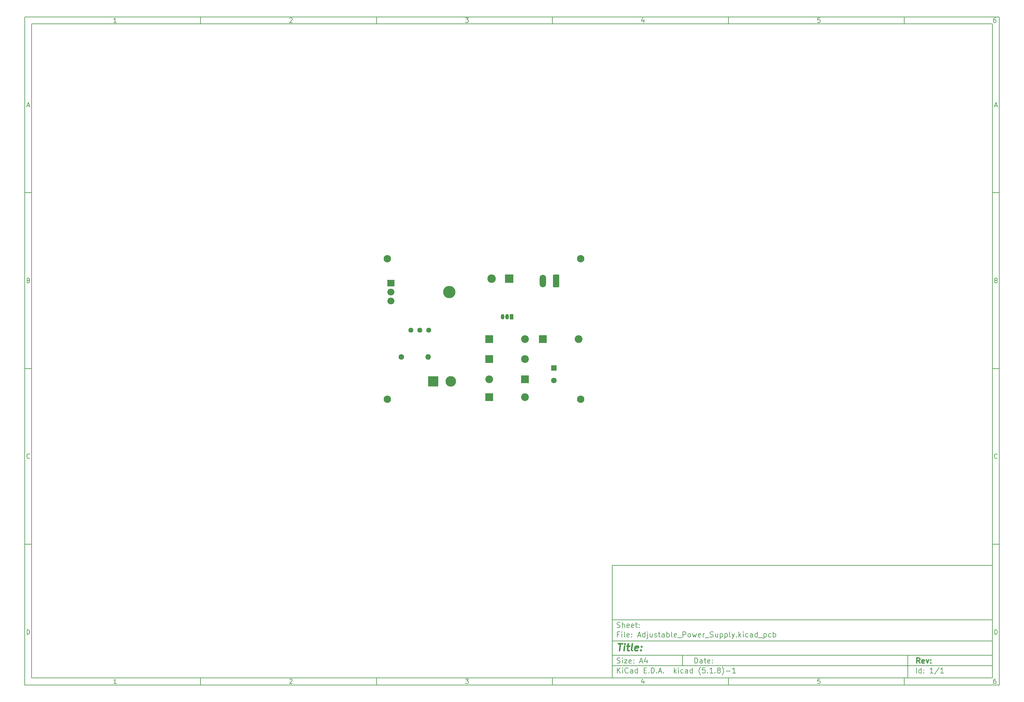
<source format=gts>
%TF.GenerationSoftware,KiCad,Pcbnew,(5.1.8)-1*%
%TF.CreationDate,2021-07-18T20:21:08-07:00*%
%TF.ProjectId,Adjustable_Power_Supply,41646a75-7374-4616-926c-655f506f7765,rev?*%
%TF.SameCoordinates,Original*%
%TF.FileFunction,Soldermask,Top*%
%TF.FilePolarity,Negative*%
%FSLAX46Y46*%
G04 Gerber Fmt 4.6, Leading zero omitted, Abs format (unit mm)*
G04 Created by KiCad (PCBNEW (5.1.8)-1) date 2021-07-18 20:21:08*
%MOMM*%
%LPD*%
G01*
G04 APERTURE LIST*
%ADD10C,0.100000*%
%ADD11C,0.150000*%
%ADD12C,0.300000*%
%ADD13C,0.400000*%
%ADD14C,2.100000*%
%ADD15R,2.400000X2.400000*%
%ADD16C,2.400000*%
%ADD17R,1.600000X1.600000*%
%ADD18C,1.600000*%
%ADD19R,2.200000X2.200000*%
%ADD20O,2.200000X2.200000*%
%ADD21R,3.000000X3.000000*%
%ADD22C,3.000000*%
%ADD23O,1.800000X3.600000*%
%ADD24O,1.050000X1.500000*%
%ADD25R,1.050000X1.500000*%
%ADD26O,1.600000X1.600000*%
%ADD27C,1.440000*%
%ADD28O,3.500000X3.500000*%
%ADD29R,2.000000X1.905000*%
%ADD30O,2.000000X1.905000*%
G04 APERTURE END LIST*
D10*
D11*
X177002200Y-166007200D02*
X177002200Y-198007200D01*
X285002200Y-198007200D01*
X285002200Y-166007200D01*
X177002200Y-166007200D01*
D10*
D11*
X10000000Y-10000000D02*
X10000000Y-200007200D01*
X287002200Y-200007200D01*
X287002200Y-10000000D01*
X10000000Y-10000000D01*
D10*
D11*
X12000000Y-12000000D02*
X12000000Y-198007200D01*
X285002200Y-198007200D01*
X285002200Y-12000000D01*
X12000000Y-12000000D01*
D10*
D11*
X60000000Y-12000000D02*
X60000000Y-10000000D01*
D10*
D11*
X110000000Y-12000000D02*
X110000000Y-10000000D01*
D10*
D11*
X160000000Y-12000000D02*
X160000000Y-10000000D01*
D10*
D11*
X210000000Y-12000000D02*
X210000000Y-10000000D01*
D10*
D11*
X260000000Y-12000000D02*
X260000000Y-10000000D01*
D10*
D11*
X36065476Y-11588095D02*
X35322619Y-11588095D01*
X35694047Y-11588095D02*
X35694047Y-10288095D01*
X35570238Y-10473809D01*
X35446428Y-10597619D01*
X35322619Y-10659523D01*
D10*
D11*
X85322619Y-10411904D02*
X85384523Y-10350000D01*
X85508333Y-10288095D01*
X85817857Y-10288095D01*
X85941666Y-10350000D01*
X86003571Y-10411904D01*
X86065476Y-10535714D01*
X86065476Y-10659523D01*
X86003571Y-10845238D01*
X85260714Y-11588095D01*
X86065476Y-11588095D01*
D10*
D11*
X135260714Y-10288095D02*
X136065476Y-10288095D01*
X135632142Y-10783333D01*
X135817857Y-10783333D01*
X135941666Y-10845238D01*
X136003571Y-10907142D01*
X136065476Y-11030952D01*
X136065476Y-11340476D01*
X136003571Y-11464285D01*
X135941666Y-11526190D01*
X135817857Y-11588095D01*
X135446428Y-11588095D01*
X135322619Y-11526190D01*
X135260714Y-11464285D01*
D10*
D11*
X185941666Y-10721428D02*
X185941666Y-11588095D01*
X185632142Y-10226190D02*
X185322619Y-11154761D01*
X186127380Y-11154761D01*
D10*
D11*
X236003571Y-10288095D02*
X235384523Y-10288095D01*
X235322619Y-10907142D01*
X235384523Y-10845238D01*
X235508333Y-10783333D01*
X235817857Y-10783333D01*
X235941666Y-10845238D01*
X236003571Y-10907142D01*
X236065476Y-11030952D01*
X236065476Y-11340476D01*
X236003571Y-11464285D01*
X235941666Y-11526190D01*
X235817857Y-11588095D01*
X235508333Y-11588095D01*
X235384523Y-11526190D01*
X235322619Y-11464285D01*
D10*
D11*
X285941666Y-10288095D02*
X285694047Y-10288095D01*
X285570238Y-10350000D01*
X285508333Y-10411904D01*
X285384523Y-10597619D01*
X285322619Y-10845238D01*
X285322619Y-11340476D01*
X285384523Y-11464285D01*
X285446428Y-11526190D01*
X285570238Y-11588095D01*
X285817857Y-11588095D01*
X285941666Y-11526190D01*
X286003571Y-11464285D01*
X286065476Y-11340476D01*
X286065476Y-11030952D01*
X286003571Y-10907142D01*
X285941666Y-10845238D01*
X285817857Y-10783333D01*
X285570238Y-10783333D01*
X285446428Y-10845238D01*
X285384523Y-10907142D01*
X285322619Y-11030952D01*
D10*
D11*
X60000000Y-198007200D02*
X60000000Y-200007200D01*
D10*
D11*
X110000000Y-198007200D02*
X110000000Y-200007200D01*
D10*
D11*
X160000000Y-198007200D02*
X160000000Y-200007200D01*
D10*
D11*
X210000000Y-198007200D02*
X210000000Y-200007200D01*
D10*
D11*
X260000000Y-198007200D02*
X260000000Y-200007200D01*
D10*
D11*
X36065476Y-199595295D02*
X35322619Y-199595295D01*
X35694047Y-199595295D02*
X35694047Y-198295295D01*
X35570238Y-198481009D01*
X35446428Y-198604819D01*
X35322619Y-198666723D01*
D10*
D11*
X85322619Y-198419104D02*
X85384523Y-198357200D01*
X85508333Y-198295295D01*
X85817857Y-198295295D01*
X85941666Y-198357200D01*
X86003571Y-198419104D01*
X86065476Y-198542914D01*
X86065476Y-198666723D01*
X86003571Y-198852438D01*
X85260714Y-199595295D01*
X86065476Y-199595295D01*
D10*
D11*
X135260714Y-198295295D02*
X136065476Y-198295295D01*
X135632142Y-198790533D01*
X135817857Y-198790533D01*
X135941666Y-198852438D01*
X136003571Y-198914342D01*
X136065476Y-199038152D01*
X136065476Y-199347676D01*
X136003571Y-199471485D01*
X135941666Y-199533390D01*
X135817857Y-199595295D01*
X135446428Y-199595295D01*
X135322619Y-199533390D01*
X135260714Y-199471485D01*
D10*
D11*
X185941666Y-198728628D02*
X185941666Y-199595295D01*
X185632142Y-198233390D02*
X185322619Y-199161961D01*
X186127380Y-199161961D01*
D10*
D11*
X236003571Y-198295295D02*
X235384523Y-198295295D01*
X235322619Y-198914342D01*
X235384523Y-198852438D01*
X235508333Y-198790533D01*
X235817857Y-198790533D01*
X235941666Y-198852438D01*
X236003571Y-198914342D01*
X236065476Y-199038152D01*
X236065476Y-199347676D01*
X236003571Y-199471485D01*
X235941666Y-199533390D01*
X235817857Y-199595295D01*
X235508333Y-199595295D01*
X235384523Y-199533390D01*
X235322619Y-199471485D01*
D10*
D11*
X285941666Y-198295295D02*
X285694047Y-198295295D01*
X285570238Y-198357200D01*
X285508333Y-198419104D01*
X285384523Y-198604819D01*
X285322619Y-198852438D01*
X285322619Y-199347676D01*
X285384523Y-199471485D01*
X285446428Y-199533390D01*
X285570238Y-199595295D01*
X285817857Y-199595295D01*
X285941666Y-199533390D01*
X286003571Y-199471485D01*
X286065476Y-199347676D01*
X286065476Y-199038152D01*
X286003571Y-198914342D01*
X285941666Y-198852438D01*
X285817857Y-198790533D01*
X285570238Y-198790533D01*
X285446428Y-198852438D01*
X285384523Y-198914342D01*
X285322619Y-199038152D01*
D10*
D11*
X10000000Y-60000000D02*
X12000000Y-60000000D01*
D10*
D11*
X10000000Y-110000000D02*
X12000000Y-110000000D01*
D10*
D11*
X10000000Y-160000000D02*
X12000000Y-160000000D01*
D10*
D11*
X10690476Y-35216666D02*
X11309523Y-35216666D01*
X10566666Y-35588095D02*
X11000000Y-34288095D01*
X11433333Y-35588095D01*
D10*
D11*
X11092857Y-84907142D02*
X11278571Y-84969047D01*
X11340476Y-85030952D01*
X11402380Y-85154761D01*
X11402380Y-85340476D01*
X11340476Y-85464285D01*
X11278571Y-85526190D01*
X11154761Y-85588095D01*
X10659523Y-85588095D01*
X10659523Y-84288095D01*
X11092857Y-84288095D01*
X11216666Y-84350000D01*
X11278571Y-84411904D01*
X11340476Y-84535714D01*
X11340476Y-84659523D01*
X11278571Y-84783333D01*
X11216666Y-84845238D01*
X11092857Y-84907142D01*
X10659523Y-84907142D01*
D10*
D11*
X11402380Y-135464285D02*
X11340476Y-135526190D01*
X11154761Y-135588095D01*
X11030952Y-135588095D01*
X10845238Y-135526190D01*
X10721428Y-135402380D01*
X10659523Y-135278571D01*
X10597619Y-135030952D01*
X10597619Y-134845238D01*
X10659523Y-134597619D01*
X10721428Y-134473809D01*
X10845238Y-134350000D01*
X11030952Y-134288095D01*
X11154761Y-134288095D01*
X11340476Y-134350000D01*
X11402380Y-134411904D01*
D10*
D11*
X10659523Y-185588095D02*
X10659523Y-184288095D01*
X10969047Y-184288095D01*
X11154761Y-184350000D01*
X11278571Y-184473809D01*
X11340476Y-184597619D01*
X11402380Y-184845238D01*
X11402380Y-185030952D01*
X11340476Y-185278571D01*
X11278571Y-185402380D01*
X11154761Y-185526190D01*
X10969047Y-185588095D01*
X10659523Y-185588095D01*
D10*
D11*
X287002200Y-60000000D02*
X285002200Y-60000000D01*
D10*
D11*
X287002200Y-110000000D02*
X285002200Y-110000000D01*
D10*
D11*
X287002200Y-160000000D02*
X285002200Y-160000000D01*
D10*
D11*
X285692676Y-35216666D02*
X286311723Y-35216666D01*
X285568866Y-35588095D02*
X286002200Y-34288095D01*
X286435533Y-35588095D01*
D10*
D11*
X286095057Y-84907142D02*
X286280771Y-84969047D01*
X286342676Y-85030952D01*
X286404580Y-85154761D01*
X286404580Y-85340476D01*
X286342676Y-85464285D01*
X286280771Y-85526190D01*
X286156961Y-85588095D01*
X285661723Y-85588095D01*
X285661723Y-84288095D01*
X286095057Y-84288095D01*
X286218866Y-84350000D01*
X286280771Y-84411904D01*
X286342676Y-84535714D01*
X286342676Y-84659523D01*
X286280771Y-84783333D01*
X286218866Y-84845238D01*
X286095057Y-84907142D01*
X285661723Y-84907142D01*
D10*
D11*
X286404580Y-135464285D02*
X286342676Y-135526190D01*
X286156961Y-135588095D01*
X286033152Y-135588095D01*
X285847438Y-135526190D01*
X285723628Y-135402380D01*
X285661723Y-135278571D01*
X285599819Y-135030952D01*
X285599819Y-134845238D01*
X285661723Y-134597619D01*
X285723628Y-134473809D01*
X285847438Y-134350000D01*
X286033152Y-134288095D01*
X286156961Y-134288095D01*
X286342676Y-134350000D01*
X286404580Y-134411904D01*
D10*
D11*
X285661723Y-185588095D02*
X285661723Y-184288095D01*
X285971247Y-184288095D01*
X286156961Y-184350000D01*
X286280771Y-184473809D01*
X286342676Y-184597619D01*
X286404580Y-184845238D01*
X286404580Y-185030952D01*
X286342676Y-185278571D01*
X286280771Y-185402380D01*
X286156961Y-185526190D01*
X285971247Y-185588095D01*
X285661723Y-185588095D01*
D10*
D11*
X200434342Y-193785771D02*
X200434342Y-192285771D01*
X200791485Y-192285771D01*
X201005771Y-192357200D01*
X201148628Y-192500057D01*
X201220057Y-192642914D01*
X201291485Y-192928628D01*
X201291485Y-193142914D01*
X201220057Y-193428628D01*
X201148628Y-193571485D01*
X201005771Y-193714342D01*
X200791485Y-193785771D01*
X200434342Y-193785771D01*
X202577200Y-193785771D02*
X202577200Y-193000057D01*
X202505771Y-192857200D01*
X202362914Y-192785771D01*
X202077200Y-192785771D01*
X201934342Y-192857200D01*
X202577200Y-193714342D02*
X202434342Y-193785771D01*
X202077200Y-193785771D01*
X201934342Y-193714342D01*
X201862914Y-193571485D01*
X201862914Y-193428628D01*
X201934342Y-193285771D01*
X202077200Y-193214342D01*
X202434342Y-193214342D01*
X202577200Y-193142914D01*
X203077200Y-192785771D02*
X203648628Y-192785771D01*
X203291485Y-192285771D02*
X203291485Y-193571485D01*
X203362914Y-193714342D01*
X203505771Y-193785771D01*
X203648628Y-193785771D01*
X204720057Y-193714342D02*
X204577200Y-193785771D01*
X204291485Y-193785771D01*
X204148628Y-193714342D01*
X204077200Y-193571485D01*
X204077200Y-193000057D01*
X204148628Y-192857200D01*
X204291485Y-192785771D01*
X204577200Y-192785771D01*
X204720057Y-192857200D01*
X204791485Y-193000057D01*
X204791485Y-193142914D01*
X204077200Y-193285771D01*
X205434342Y-193642914D02*
X205505771Y-193714342D01*
X205434342Y-193785771D01*
X205362914Y-193714342D01*
X205434342Y-193642914D01*
X205434342Y-193785771D01*
X205434342Y-192857200D02*
X205505771Y-192928628D01*
X205434342Y-193000057D01*
X205362914Y-192928628D01*
X205434342Y-192857200D01*
X205434342Y-193000057D01*
D10*
D11*
X177002200Y-194507200D02*
X285002200Y-194507200D01*
D10*
D11*
X178434342Y-196585771D02*
X178434342Y-195085771D01*
X179291485Y-196585771D02*
X178648628Y-195728628D01*
X179291485Y-195085771D02*
X178434342Y-195942914D01*
X179934342Y-196585771D02*
X179934342Y-195585771D01*
X179934342Y-195085771D02*
X179862914Y-195157200D01*
X179934342Y-195228628D01*
X180005771Y-195157200D01*
X179934342Y-195085771D01*
X179934342Y-195228628D01*
X181505771Y-196442914D02*
X181434342Y-196514342D01*
X181220057Y-196585771D01*
X181077200Y-196585771D01*
X180862914Y-196514342D01*
X180720057Y-196371485D01*
X180648628Y-196228628D01*
X180577200Y-195942914D01*
X180577200Y-195728628D01*
X180648628Y-195442914D01*
X180720057Y-195300057D01*
X180862914Y-195157200D01*
X181077200Y-195085771D01*
X181220057Y-195085771D01*
X181434342Y-195157200D01*
X181505771Y-195228628D01*
X182791485Y-196585771D02*
X182791485Y-195800057D01*
X182720057Y-195657200D01*
X182577200Y-195585771D01*
X182291485Y-195585771D01*
X182148628Y-195657200D01*
X182791485Y-196514342D02*
X182648628Y-196585771D01*
X182291485Y-196585771D01*
X182148628Y-196514342D01*
X182077200Y-196371485D01*
X182077200Y-196228628D01*
X182148628Y-196085771D01*
X182291485Y-196014342D01*
X182648628Y-196014342D01*
X182791485Y-195942914D01*
X184148628Y-196585771D02*
X184148628Y-195085771D01*
X184148628Y-196514342D02*
X184005771Y-196585771D01*
X183720057Y-196585771D01*
X183577200Y-196514342D01*
X183505771Y-196442914D01*
X183434342Y-196300057D01*
X183434342Y-195871485D01*
X183505771Y-195728628D01*
X183577200Y-195657200D01*
X183720057Y-195585771D01*
X184005771Y-195585771D01*
X184148628Y-195657200D01*
X186005771Y-195800057D02*
X186505771Y-195800057D01*
X186720057Y-196585771D02*
X186005771Y-196585771D01*
X186005771Y-195085771D01*
X186720057Y-195085771D01*
X187362914Y-196442914D02*
X187434342Y-196514342D01*
X187362914Y-196585771D01*
X187291485Y-196514342D01*
X187362914Y-196442914D01*
X187362914Y-196585771D01*
X188077200Y-196585771D02*
X188077200Y-195085771D01*
X188434342Y-195085771D01*
X188648628Y-195157200D01*
X188791485Y-195300057D01*
X188862914Y-195442914D01*
X188934342Y-195728628D01*
X188934342Y-195942914D01*
X188862914Y-196228628D01*
X188791485Y-196371485D01*
X188648628Y-196514342D01*
X188434342Y-196585771D01*
X188077200Y-196585771D01*
X189577200Y-196442914D02*
X189648628Y-196514342D01*
X189577200Y-196585771D01*
X189505771Y-196514342D01*
X189577200Y-196442914D01*
X189577200Y-196585771D01*
X190220057Y-196157200D02*
X190934342Y-196157200D01*
X190077200Y-196585771D02*
X190577200Y-195085771D01*
X191077200Y-196585771D01*
X191577200Y-196442914D02*
X191648628Y-196514342D01*
X191577200Y-196585771D01*
X191505771Y-196514342D01*
X191577200Y-196442914D01*
X191577200Y-196585771D01*
X194577200Y-196585771D02*
X194577200Y-195085771D01*
X194720057Y-196014342D02*
X195148628Y-196585771D01*
X195148628Y-195585771D02*
X194577200Y-196157200D01*
X195791485Y-196585771D02*
X195791485Y-195585771D01*
X195791485Y-195085771D02*
X195720057Y-195157200D01*
X195791485Y-195228628D01*
X195862914Y-195157200D01*
X195791485Y-195085771D01*
X195791485Y-195228628D01*
X197148628Y-196514342D02*
X197005771Y-196585771D01*
X196720057Y-196585771D01*
X196577200Y-196514342D01*
X196505771Y-196442914D01*
X196434342Y-196300057D01*
X196434342Y-195871485D01*
X196505771Y-195728628D01*
X196577200Y-195657200D01*
X196720057Y-195585771D01*
X197005771Y-195585771D01*
X197148628Y-195657200D01*
X198434342Y-196585771D02*
X198434342Y-195800057D01*
X198362914Y-195657200D01*
X198220057Y-195585771D01*
X197934342Y-195585771D01*
X197791485Y-195657200D01*
X198434342Y-196514342D02*
X198291485Y-196585771D01*
X197934342Y-196585771D01*
X197791485Y-196514342D01*
X197720057Y-196371485D01*
X197720057Y-196228628D01*
X197791485Y-196085771D01*
X197934342Y-196014342D01*
X198291485Y-196014342D01*
X198434342Y-195942914D01*
X199791485Y-196585771D02*
X199791485Y-195085771D01*
X199791485Y-196514342D02*
X199648628Y-196585771D01*
X199362914Y-196585771D01*
X199220057Y-196514342D01*
X199148628Y-196442914D01*
X199077200Y-196300057D01*
X199077200Y-195871485D01*
X199148628Y-195728628D01*
X199220057Y-195657200D01*
X199362914Y-195585771D01*
X199648628Y-195585771D01*
X199791485Y-195657200D01*
X202077200Y-197157200D02*
X202005771Y-197085771D01*
X201862914Y-196871485D01*
X201791485Y-196728628D01*
X201720057Y-196514342D01*
X201648628Y-196157200D01*
X201648628Y-195871485D01*
X201720057Y-195514342D01*
X201791485Y-195300057D01*
X201862914Y-195157200D01*
X202005771Y-194942914D01*
X202077200Y-194871485D01*
X203362914Y-195085771D02*
X202648628Y-195085771D01*
X202577200Y-195800057D01*
X202648628Y-195728628D01*
X202791485Y-195657200D01*
X203148628Y-195657200D01*
X203291485Y-195728628D01*
X203362914Y-195800057D01*
X203434342Y-195942914D01*
X203434342Y-196300057D01*
X203362914Y-196442914D01*
X203291485Y-196514342D01*
X203148628Y-196585771D01*
X202791485Y-196585771D01*
X202648628Y-196514342D01*
X202577200Y-196442914D01*
X204077200Y-196442914D02*
X204148628Y-196514342D01*
X204077200Y-196585771D01*
X204005771Y-196514342D01*
X204077200Y-196442914D01*
X204077200Y-196585771D01*
X205577200Y-196585771D02*
X204720057Y-196585771D01*
X205148628Y-196585771D02*
X205148628Y-195085771D01*
X205005771Y-195300057D01*
X204862914Y-195442914D01*
X204720057Y-195514342D01*
X206220057Y-196442914D02*
X206291485Y-196514342D01*
X206220057Y-196585771D01*
X206148628Y-196514342D01*
X206220057Y-196442914D01*
X206220057Y-196585771D01*
X207148628Y-195728628D02*
X207005771Y-195657200D01*
X206934342Y-195585771D01*
X206862914Y-195442914D01*
X206862914Y-195371485D01*
X206934342Y-195228628D01*
X207005771Y-195157200D01*
X207148628Y-195085771D01*
X207434342Y-195085771D01*
X207577200Y-195157200D01*
X207648628Y-195228628D01*
X207720057Y-195371485D01*
X207720057Y-195442914D01*
X207648628Y-195585771D01*
X207577200Y-195657200D01*
X207434342Y-195728628D01*
X207148628Y-195728628D01*
X207005771Y-195800057D01*
X206934342Y-195871485D01*
X206862914Y-196014342D01*
X206862914Y-196300057D01*
X206934342Y-196442914D01*
X207005771Y-196514342D01*
X207148628Y-196585771D01*
X207434342Y-196585771D01*
X207577200Y-196514342D01*
X207648628Y-196442914D01*
X207720057Y-196300057D01*
X207720057Y-196014342D01*
X207648628Y-195871485D01*
X207577200Y-195800057D01*
X207434342Y-195728628D01*
X208220057Y-197157200D02*
X208291485Y-197085771D01*
X208434342Y-196871485D01*
X208505771Y-196728628D01*
X208577200Y-196514342D01*
X208648628Y-196157200D01*
X208648628Y-195871485D01*
X208577200Y-195514342D01*
X208505771Y-195300057D01*
X208434342Y-195157200D01*
X208291485Y-194942914D01*
X208220057Y-194871485D01*
X209362914Y-196014342D02*
X210505771Y-196014342D01*
X212005771Y-196585771D02*
X211148628Y-196585771D01*
X211577200Y-196585771D02*
X211577200Y-195085771D01*
X211434342Y-195300057D01*
X211291485Y-195442914D01*
X211148628Y-195514342D01*
D10*
D11*
X177002200Y-191507200D02*
X285002200Y-191507200D01*
D10*
D12*
X264411485Y-193785771D02*
X263911485Y-193071485D01*
X263554342Y-193785771D02*
X263554342Y-192285771D01*
X264125771Y-192285771D01*
X264268628Y-192357200D01*
X264340057Y-192428628D01*
X264411485Y-192571485D01*
X264411485Y-192785771D01*
X264340057Y-192928628D01*
X264268628Y-193000057D01*
X264125771Y-193071485D01*
X263554342Y-193071485D01*
X265625771Y-193714342D02*
X265482914Y-193785771D01*
X265197200Y-193785771D01*
X265054342Y-193714342D01*
X264982914Y-193571485D01*
X264982914Y-193000057D01*
X265054342Y-192857200D01*
X265197200Y-192785771D01*
X265482914Y-192785771D01*
X265625771Y-192857200D01*
X265697200Y-193000057D01*
X265697200Y-193142914D01*
X264982914Y-193285771D01*
X266197200Y-192785771D02*
X266554342Y-193785771D01*
X266911485Y-192785771D01*
X267482914Y-193642914D02*
X267554342Y-193714342D01*
X267482914Y-193785771D01*
X267411485Y-193714342D01*
X267482914Y-193642914D01*
X267482914Y-193785771D01*
X267482914Y-192857200D02*
X267554342Y-192928628D01*
X267482914Y-193000057D01*
X267411485Y-192928628D01*
X267482914Y-192857200D01*
X267482914Y-193000057D01*
D10*
D11*
X178362914Y-193714342D02*
X178577200Y-193785771D01*
X178934342Y-193785771D01*
X179077200Y-193714342D01*
X179148628Y-193642914D01*
X179220057Y-193500057D01*
X179220057Y-193357200D01*
X179148628Y-193214342D01*
X179077200Y-193142914D01*
X178934342Y-193071485D01*
X178648628Y-193000057D01*
X178505771Y-192928628D01*
X178434342Y-192857200D01*
X178362914Y-192714342D01*
X178362914Y-192571485D01*
X178434342Y-192428628D01*
X178505771Y-192357200D01*
X178648628Y-192285771D01*
X179005771Y-192285771D01*
X179220057Y-192357200D01*
X179862914Y-193785771D02*
X179862914Y-192785771D01*
X179862914Y-192285771D02*
X179791485Y-192357200D01*
X179862914Y-192428628D01*
X179934342Y-192357200D01*
X179862914Y-192285771D01*
X179862914Y-192428628D01*
X180434342Y-192785771D02*
X181220057Y-192785771D01*
X180434342Y-193785771D01*
X181220057Y-193785771D01*
X182362914Y-193714342D02*
X182220057Y-193785771D01*
X181934342Y-193785771D01*
X181791485Y-193714342D01*
X181720057Y-193571485D01*
X181720057Y-193000057D01*
X181791485Y-192857200D01*
X181934342Y-192785771D01*
X182220057Y-192785771D01*
X182362914Y-192857200D01*
X182434342Y-193000057D01*
X182434342Y-193142914D01*
X181720057Y-193285771D01*
X183077200Y-193642914D02*
X183148628Y-193714342D01*
X183077200Y-193785771D01*
X183005771Y-193714342D01*
X183077200Y-193642914D01*
X183077200Y-193785771D01*
X183077200Y-192857200D02*
X183148628Y-192928628D01*
X183077200Y-193000057D01*
X183005771Y-192928628D01*
X183077200Y-192857200D01*
X183077200Y-193000057D01*
X184862914Y-193357200D02*
X185577200Y-193357200D01*
X184720057Y-193785771D02*
X185220057Y-192285771D01*
X185720057Y-193785771D01*
X186862914Y-192785771D02*
X186862914Y-193785771D01*
X186505771Y-192214342D02*
X186148628Y-193285771D01*
X187077200Y-193285771D01*
D10*
D11*
X263434342Y-196585771D02*
X263434342Y-195085771D01*
X264791485Y-196585771D02*
X264791485Y-195085771D01*
X264791485Y-196514342D02*
X264648628Y-196585771D01*
X264362914Y-196585771D01*
X264220057Y-196514342D01*
X264148628Y-196442914D01*
X264077200Y-196300057D01*
X264077200Y-195871485D01*
X264148628Y-195728628D01*
X264220057Y-195657200D01*
X264362914Y-195585771D01*
X264648628Y-195585771D01*
X264791485Y-195657200D01*
X265505771Y-196442914D02*
X265577200Y-196514342D01*
X265505771Y-196585771D01*
X265434342Y-196514342D01*
X265505771Y-196442914D01*
X265505771Y-196585771D01*
X265505771Y-195657200D02*
X265577200Y-195728628D01*
X265505771Y-195800057D01*
X265434342Y-195728628D01*
X265505771Y-195657200D01*
X265505771Y-195800057D01*
X268148628Y-196585771D02*
X267291485Y-196585771D01*
X267720057Y-196585771D02*
X267720057Y-195085771D01*
X267577200Y-195300057D01*
X267434342Y-195442914D01*
X267291485Y-195514342D01*
X269862914Y-195014342D02*
X268577200Y-196942914D01*
X271148628Y-196585771D02*
X270291485Y-196585771D01*
X270720057Y-196585771D02*
X270720057Y-195085771D01*
X270577200Y-195300057D01*
X270434342Y-195442914D01*
X270291485Y-195514342D01*
D10*
D11*
X177002200Y-187507200D02*
X285002200Y-187507200D01*
D10*
D13*
X178714580Y-188211961D02*
X179857438Y-188211961D01*
X179036009Y-190211961D02*
X179286009Y-188211961D01*
X180274104Y-190211961D02*
X180440771Y-188878628D01*
X180524104Y-188211961D02*
X180416961Y-188307200D01*
X180500295Y-188402438D01*
X180607438Y-188307200D01*
X180524104Y-188211961D01*
X180500295Y-188402438D01*
X181107438Y-188878628D02*
X181869342Y-188878628D01*
X181476485Y-188211961D02*
X181262200Y-189926247D01*
X181333628Y-190116723D01*
X181512200Y-190211961D01*
X181702676Y-190211961D01*
X182655057Y-190211961D02*
X182476485Y-190116723D01*
X182405057Y-189926247D01*
X182619342Y-188211961D01*
X184190771Y-190116723D02*
X183988390Y-190211961D01*
X183607438Y-190211961D01*
X183428866Y-190116723D01*
X183357438Y-189926247D01*
X183452676Y-189164342D01*
X183571723Y-188973866D01*
X183774104Y-188878628D01*
X184155057Y-188878628D01*
X184333628Y-188973866D01*
X184405057Y-189164342D01*
X184381247Y-189354819D01*
X183405057Y-189545295D01*
X185155057Y-190021485D02*
X185238390Y-190116723D01*
X185131247Y-190211961D01*
X185047914Y-190116723D01*
X185155057Y-190021485D01*
X185131247Y-190211961D01*
X185286009Y-188973866D02*
X185369342Y-189069104D01*
X185262200Y-189164342D01*
X185178866Y-189069104D01*
X185286009Y-188973866D01*
X185262200Y-189164342D01*
D10*
D11*
X178934342Y-185600057D02*
X178434342Y-185600057D01*
X178434342Y-186385771D02*
X178434342Y-184885771D01*
X179148628Y-184885771D01*
X179720057Y-186385771D02*
X179720057Y-185385771D01*
X179720057Y-184885771D02*
X179648628Y-184957200D01*
X179720057Y-185028628D01*
X179791485Y-184957200D01*
X179720057Y-184885771D01*
X179720057Y-185028628D01*
X180648628Y-186385771D02*
X180505771Y-186314342D01*
X180434342Y-186171485D01*
X180434342Y-184885771D01*
X181791485Y-186314342D02*
X181648628Y-186385771D01*
X181362914Y-186385771D01*
X181220057Y-186314342D01*
X181148628Y-186171485D01*
X181148628Y-185600057D01*
X181220057Y-185457200D01*
X181362914Y-185385771D01*
X181648628Y-185385771D01*
X181791485Y-185457200D01*
X181862914Y-185600057D01*
X181862914Y-185742914D01*
X181148628Y-185885771D01*
X182505771Y-186242914D02*
X182577200Y-186314342D01*
X182505771Y-186385771D01*
X182434342Y-186314342D01*
X182505771Y-186242914D01*
X182505771Y-186385771D01*
X182505771Y-185457200D02*
X182577200Y-185528628D01*
X182505771Y-185600057D01*
X182434342Y-185528628D01*
X182505771Y-185457200D01*
X182505771Y-185600057D01*
X184291485Y-185957200D02*
X185005771Y-185957200D01*
X184148628Y-186385771D02*
X184648628Y-184885771D01*
X185148628Y-186385771D01*
X186291485Y-186385771D02*
X186291485Y-184885771D01*
X186291485Y-186314342D02*
X186148628Y-186385771D01*
X185862914Y-186385771D01*
X185720057Y-186314342D01*
X185648628Y-186242914D01*
X185577200Y-186100057D01*
X185577200Y-185671485D01*
X185648628Y-185528628D01*
X185720057Y-185457200D01*
X185862914Y-185385771D01*
X186148628Y-185385771D01*
X186291485Y-185457200D01*
X187005771Y-185385771D02*
X187005771Y-186671485D01*
X186934342Y-186814342D01*
X186791485Y-186885771D01*
X186720057Y-186885771D01*
X187005771Y-184885771D02*
X186934342Y-184957200D01*
X187005771Y-185028628D01*
X187077200Y-184957200D01*
X187005771Y-184885771D01*
X187005771Y-185028628D01*
X188362914Y-185385771D02*
X188362914Y-186385771D01*
X187720057Y-185385771D02*
X187720057Y-186171485D01*
X187791485Y-186314342D01*
X187934342Y-186385771D01*
X188148628Y-186385771D01*
X188291485Y-186314342D01*
X188362914Y-186242914D01*
X189005771Y-186314342D02*
X189148628Y-186385771D01*
X189434342Y-186385771D01*
X189577200Y-186314342D01*
X189648628Y-186171485D01*
X189648628Y-186100057D01*
X189577200Y-185957200D01*
X189434342Y-185885771D01*
X189220057Y-185885771D01*
X189077200Y-185814342D01*
X189005771Y-185671485D01*
X189005771Y-185600057D01*
X189077200Y-185457200D01*
X189220057Y-185385771D01*
X189434342Y-185385771D01*
X189577200Y-185457200D01*
X190077200Y-185385771D02*
X190648628Y-185385771D01*
X190291485Y-184885771D02*
X190291485Y-186171485D01*
X190362914Y-186314342D01*
X190505771Y-186385771D01*
X190648628Y-186385771D01*
X191791485Y-186385771D02*
X191791485Y-185600057D01*
X191720057Y-185457200D01*
X191577200Y-185385771D01*
X191291485Y-185385771D01*
X191148628Y-185457200D01*
X191791485Y-186314342D02*
X191648628Y-186385771D01*
X191291485Y-186385771D01*
X191148628Y-186314342D01*
X191077200Y-186171485D01*
X191077200Y-186028628D01*
X191148628Y-185885771D01*
X191291485Y-185814342D01*
X191648628Y-185814342D01*
X191791485Y-185742914D01*
X192505771Y-186385771D02*
X192505771Y-184885771D01*
X192505771Y-185457200D02*
X192648628Y-185385771D01*
X192934342Y-185385771D01*
X193077200Y-185457200D01*
X193148628Y-185528628D01*
X193220057Y-185671485D01*
X193220057Y-186100057D01*
X193148628Y-186242914D01*
X193077200Y-186314342D01*
X192934342Y-186385771D01*
X192648628Y-186385771D01*
X192505771Y-186314342D01*
X194077200Y-186385771D02*
X193934342Y-186314342D01*
X193862914Y-186171485D01*
X193862914Y-184885771D01*
X195220057Y-186314342D02*
X195077200Y-186385771D01*
X194791485Y-186385771D01*
X194648628Y-186314342D01*
X194577200Y-186171485D01*
X194577200Y-185600057D01*
X194648628Y-185457200D01*
X194791485Y-185385771D01*
X195077200Y-185385771D01*
X195220057Y-185457200D01*
X195291485Y-185600057D01*
X195291485Y-185742914D01*
X194577200Y-185885771D01*
X195577200Y-186528628D02*
X196720057Y-186528628D01*
X197077200Y-186385771D02*
X197077200Y-184885771D01*
X197648628Y-184885771D01*
X197791485Y-184957200D01*
X197862914Y-185028628D01*
X197934342Y-185171485D01*
X197934342Y-185385771D01*
X197862914Y-185528628D01*
X197791485Y-185600057D01*
X197648628Y-185671485D01*
X197077200Y-185671485D01*
X198791485Y-186385771D02*
X198648628Y-186314342D01*
X198577200Y-186242914D01*
X198505771Y-186100057D01*
X198505771Y-185671485D01*
X198577200Y-185528628D01*
X198648628Y-185457200D01*
X198791485Y-185385771D01*
X199005771Y-185385771D01*
X199148628Y-185457200D01*
X199220057Y-185528628D01*
X199291485Y-185671485D01*
X199291485Y-186100057D01*
X199220057Y-186242914D01*
X199148628Y-186314342D01*
X199005771Y-186385771D01*
X198791485Y-186385771D01*
X199791485Y-185385771D02*
X200077200Y-186385771D01*
X200362914Y-185671485D01*
X200648628Y-186385771D01*
X200934342Y-185385771D01*
X202077200Y-186314342D02*
X201934342Y-186385771D01*
X201648628Y-186385771D01*
X201505771Y-186314342D01*
X201434342Y-186171485D01*
X201434342Y-185600057D01*
X201505771Y-185457200D01*
X201648628Y-185385771D01*
X201934342Y-185385771D01*
X202077200Y-185457200D01*
X202148628Y-185600057D01*
X202148628Y-185742914D01*
X201434342Y-185885771D01*
X202791485Y-186385771D02*
X202791485Y-185385771D01*
X202791485Y-185671485D02*
X202862914Y-185528628D01*
X202934342Y-185457200D01*
X203077200Y-185385771D01*
X203220057Y-185385771D01*
X203362914Y-186528628D02*
X204505771Y-186528628D01*
X204791485Y-186314342D02*
X205005771Y-186385771D01*
X205362914Y-186385771D01*
X205505771Y-186314342D01*
X205577200Y-186242914D01*
X205648628Y-186100057D01*
X205648628Y-185957200D01*
X205577200Y-185814342D01*
X205505771Y-185742914D01*
X205362914Y-185671485D01*
X205077200Y-185600057D01*
X204934342Y-185528628D01*
X204862914Y-185457200D01*
X204791485Y-185314342D01*
X204791485Y-185171485D01*
X204862914Y-185028628D01*
X204934342Y-184957200D01*
X205077200Y-184885771D01*
X205434342Y-184885771D01*
X205648628Y-184957200D01*
X206934342Y-185385771D02*
X206934342Y-186385771D01*
X206291485Y-185385771D02*
X206291485Y-186171485D01*
X206362914Y-186314342D01*
X206505771Y-186385771D01*
X206720057Y-186385771D01*
X206862914Y-186314342D01*
X206934342Y-186242914D01*
X207648628Y-185385771D02*
X207648628Y-186885771D01*
X207648628Y-185457200D02*
X207791485Y-185385771D01*
X208077200Y-185385771D01*
X208220057Y-185457200D01*
X208291485Y-185528628D01*
X208362914Y-185671485D01*
X208362914Y-186100057D01*
X208291485Y-186242914D01*
X208220057Y-186314342D01*
X208077200Y-186385771D01*
X207791485Y-186385771D01*
X207648628Y-186314342D01*
X209005771Y-185385771D02*
X209005771Y-186885771D01*
X209005771Y-185457200D02*
X209148628Y-185385771D01*
X209434342Y-185385771D01*
X209577200Y-185457200D01*
X209648628Y-185528628D01*
X209720057Y-185671485D01*
X209720057Y-186100057D01*
X209648628Y-186242914D01*
X209577200Y-186314342D01*
X209434342Y-186385771D01*
X209148628Y-186385771D01*
X209005771Y-186314342D01*
X210577200Y-186385771D02*
X210434342Y-186314342D01*
X210362914Y-186171485D01*
X210362914Y-184885771D01*
X211005771Y-185385771D02*
X211362914Y-186385771D01*
X211720057Y-185385771D02*
X211362914Y-186385771D01*
X211220057Y-186742914D01*
X211148628Y-186814342D01*
X211005771Y-186885771D01*
X212291485Y-186242914D02*
X212362914Y-186314342D01*
X212291485Y-186385771D01*
X212220057Y-186314342D01*
X212291485Y-186242914D01*
X212291485Y-186385771D01*
X213005771Y-186385771D02*
X213005771Y-184885771D01*
X213148628Y-185814342D02*
X213577200Y-186385771D01*
X213577200Y-185385771D02*
X213005771Y-185957200D01*
X214220057Y-186385771D02*
X214220057Y-185385771D01*
X214220057Y-184885771D02*
X214148628Y-184957200D01*
X214220057Y-185028628D01*
X214291485Y-184957200D01*
X214220057Y-184885771D01*
X214220057Y-185028628D01*
X215577200Y-186314342D02*
X215434342Y-186385771D01*
X215148628Y-186385771D01*
X215005771Y-186314342D01*
X214934342Y-186242914D01*
X214862914Y-186100057D01*
X214862914Y-185671485D01*
X214934342Y-185528628D01*
X215005771Y-185457200D01*
X215148628Y-185385771D01*
X215434342Y-185385771D01*
X215577200Y-185457200D01*
X216862914Y-186385771D02*
X216862914Y-185600057D01*
X216791485Y-185457200D01*
X216648628Y-185385771D01*
X216362914Y-185385771D01*
X216220057Y-185457200D01*
X216862914Y-186314342D02*
X216720057Y-186385771D01*
X216362914Y-186385771D01*
X216220057Y-186314342D01*
X216148628Y-186171485D01*
X216148628Y-186028628D01*
X216220057Y-185885771D01*
X216362914Y-185814342D01*
X216720057Y-185814342D01*
X216862914Y-185742914D01*
X218220057Y-186385771D02*
X218220057Y-184885771D01*
X218220057Y-186314342D02*
X218077200Y-186385771D01*
X217791485Y-186385771D01*
X217648628Y-186314342D01*
X217577200Y-186242914D01*
X217505771Y-186100057D01*
X217505771Y-185671485D01*
X217577200Y-185528628D01*
X217648628Y-185457200D01*
X217791485Y-185385771D01*
X218077200Y-185385771D01*
X218220057Y-185457200D01*
X218577200Y-186528628D02*
X219720057Y-186528628D01*
X220077200Y-185385771D02*
X220077200Y-186885771D01*
X220077200Y-185457200D02*
X220220057Y-185385771D01*
X220505771Y-185385771D01*
X220648628Y-185457200D01*
X220720057Y-185528628D01*
X220791485Y-185671485D01*
X220791485Y-186100057D01*
X220720057Y-186242914D01*
X220648628Y-186314342D01*
X220505771Y-186385771D01*
X220220057Y-186385771D01*
X220077200Y-186314342D01*
X222077200Y-186314342D02*
X221934342Y-186385771D01*
X221648628Y-186385771D01*
X221505771Y-186314342D01*
X221434342Y-186242914D01*
X221362914Y-186100057D01*
X221362914Y-185671485D01*
X221434342Y-185528628D01*
X221505771Y-185457200D01*
X221648628Y-185385771D01*
X221934342Y-185385771D01*
X222077200Y-185457200D01*
X222720057Y-186385771D02*
X222720057Y-184885771D01*
X222720057Y-185457200D02*
X222862914Y-185385771D01*
X223148628Y-185385771D01*
X223291485Y-185457200D01*
X223362914Y-185528628D01*
X223434342Y-185671485D01*
X223434342Y-186100057D01*
X223362914Y-186242914D01*
X223291485Y-186314342D01*
X223148628Y-186385771D01*
X222862914Y-186385771D01*
X222720057Y-186314342D01*
D10*
D11*
X177002200Y-181507200D02*
X285002200Y-181507200D01*
D10*
D11*
X178362914Y-183614342D02*
X178577200Y-183685771D01*
X178934342Y-183685771D01*
X179077200Y-183614342D01*
X179148628Y-183542914D01*
X179220057Y-183400057D01*
X179220057Y-183257200D01*
X179148628Y-183114342D01*
X179077200Y-183042914D01*
X178934342Y-182971485D01*
X178648628Y-182900057D01*
X178505771Y-182828628D01*
X178434342Y-182757200D01*
X178362914Y-182614342D01*
X178362914Y-182471485D01*
X178434342Y-182328628D01*
X178505771Y-182257200D01*
X178648628Y-182185771D01*
X179005771Y-182185771D01*
X179220057Y-182257200D01*
X179862914Y-183685771D02*
X179862914Y-182185771D01*
X180505771Y-183685771D02*
X180505771Y-182900057D01*
X180434342Y-182757200D01*
X180291485Y-182685771D01*
X180077200Y-182685771D01*
X179934342Y-182757200D01*
X179862914Y-182828628D01*
X181791485Y-183614342D02*
X181648628Y-183685771D01*
X181362914Y-183685771D01*
X181220057Y-183614342D01*
X181148628Y-183471485D01*
X181148628Y-182900057D01*
X181220057Y-182757200D01*
X181362914Y-182685771D01*
X181648628Y-182685771D01*
X181791485Y-182757200D01*
X181862914Y-182900057D01*
X181862914Y-183042914D01*
X181148628Y-183185771D01*
X183077200Y-183614342D02*
X182934342Y-183685771D01*
X182648628Y-183685771D01*
X182505771Y-183614342D01*
X182434342Y-183471485D01*
X182434342Y-182900057D01*
X182505771Y-182757200D01*
X182648628Y-182685771D01*
X182934342Y-182685771D01*
X183077200Y-182757200D01*
X183148628Y-182900057D01*
X183148628Y-183042914D01*
X182434342Y-183185771D01*
X183577200Y-182685771D02*
X184148628Y-182685771D01*
X183791485Y-182185771D02*
X183791485Y-183471485D01*
X183862914Y-183614342D01*
X184005771Y-183685771D01*
X184148628Y-183685771D01*
X184648628Y-183542914D02*
X184720057Y-183614342D01*
X184648628Y-183685771D01*
X184577200Y-183614342D01*
X184648628Y-183542914D01*
X184648628Y-183685771D01*
X184648628Y-182757200D02*
X184720057Y-182828628D01*
X184648628Y-182900057D01*
X184577200Y-182828628D01*
X184648628Y-182757200D01*
X184648628Y-182900057D01*
D10*
D11*
X197002200Y-191507200D02*
X197002200Y-194507200D01*
D10*
D11*
X261002200Y-191507200D02*
X261002200Y-198007200D01*
D14*
%TO.C,REF\u002A\u002A*%
X168030000Y-118740000D03*
%TD*%
%TO.C,REF\u002A\u002A*%
X113030000Y-118740000D03*
%TD*%
%TO.C,REF\u002A\u002A*%
X168030000Y-78740000D03*
%TD*%
%TO.C,REF\u002A\u002A*%
X113030000Y-78740000D03*
%TD*%
D15*
%TO.C,C1*%
X147710000Y-84455000D03*
D16*
X142710000Y-84455000D03*
%TD*%
D17*
%TO.C,C2*%
X160410000Y-109855000D03*
D18*
X160410000Y-113355000D03*
%TD*%
D19*
%TO.C,D1*%
X141995000Y-118110000D03*
D20*
X152155000Y-118110000D03*
%TD*%
%TO.C,D2*%
X167395000Y-101600000D03*
D19*
X157235000Y-101600000D03*
%TD*%
%TO.C,D3*%
X152155000Y-113030000D03*
D20*
X141995000Y-113030000D03*
%TD*%
D19*
%TO.C,D4*%
X141995000Y-101600000D03*
D20*
X152155000Y-101600000D03*
%TD*%
%TO.C,D5*%
X152155000Y-107315000D03*
D19*
X141995000Y-107315000D03*
%TD*%
D21*
%TO.C,J1*%
X126120000Y-113665000D03*
D22*
X131120000Y-113665000D03*
%TD*%
%TO.C,J2*%
G36*
G01*
X161945000Y-83540000D02*
X161945000Y-86640000D01*
G75*
G02*
X161695000Y-86890000I-250000J0D01*
G01*
X160395000Y-86890000D01*
G75*
G02*
X160145000Y-86640000I0J250000D01*
G01*
X160145000Y-83540000D01*
G75*
G02*
X160395000Y-83290000I250000J0D01*
G01*
X161695000Y-83290000D01*
G75*
G02*
X161945000Y-83540000I0J-250000D01*
G01*
G37*
D23*
X157235000Y-85090000D03*
%TD*%
D24*
%TO.C,Q1*%
X147075000Y-95250000D03*
X145805000Y-95250000D03*
D25*
X148345000Y-95250000D03*
%TD*%
D18*
%TO.C,R1*%
X117035001Y-106720001D03*
D26*
X124655001Y-106720001D03*
%TD*%
D27*
%TO.C,R2*%
X124850000Y-99060000D03*
X122310000Y-99060000D03*
X119770000Y-99060000D03*
%TD*%
D28*
%TO.C,U1*%
X130715000Y-88265000D03*
D29*
X114055000Y-85725000D03*
D30*
X114055000Y-88265000D03*
X114055000Y-90805000D03*
%TD*%
M02*

</source>
